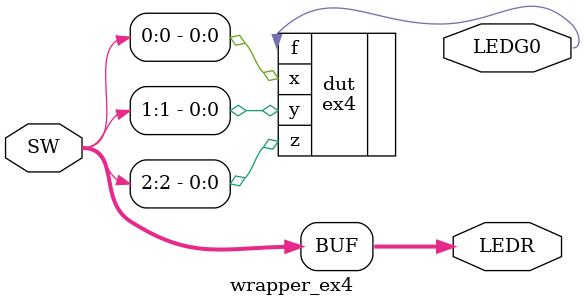
<source format=sv>
module wrapper_ex4(
	input [2:0]SW,
	output [2:0]LEDR,
	output LEDG0);
ex4 dut(
	.x(SW[0]),
	.y(SW[1]),
	.z(SW[2]),
	.f(LEDG0));
assign LEDR = SW;
endmodule
</source>
